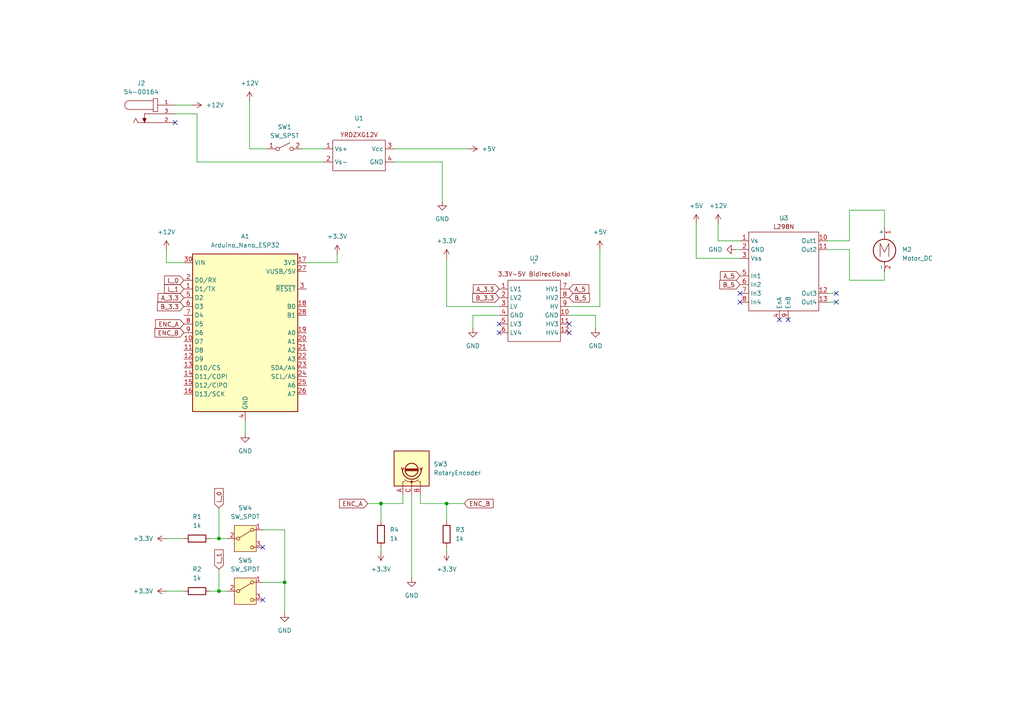
<source format=kicad_sch>
(kicad_sch (version 20250114) (generator "eeschema") (generator_version "9.0")
  (paper "A4")
  (title_block (title "Motorized Curtain Controller") (date "2025-05-24") (rev "6") (company "MEGA"))
  (lib_symbols
    (symbol "54-00164:54-00164" (pin_names (offset 1.016))
      (property "Reference" "J2" (at -4.7597 8.89 0))
      (property "Value" "54-00164" (at -4.7597 6.35 0))
      (symbol "54-00164_0_0"
        (polyline (pts (xy -8.255 3.81) (xy -1.27 3.81)) (stroke (width 0.1524)))
        (arc (start -8.255 1.27) (mid -9.5194 2.54) (end -8.255 3.81) (stroke (width 0.1524)))
        (polyline (pts (xy -6.35 -1.27) (xy -6.985 -2.54)) (stroke (width 0.1524)))
        (polyline (pts (xy -5.715 -2.54) (xy -6.35 -1.27)) (stroke (width 0.1524)))
        (polyline (pts (xy -3.81 0) (xy -3.81 -2.54)) (stroke (width 0.1524)))
        (polyline (pts (xy -3.81 -2.54) (xy -4.318 -1.27) (xy -3.302 -1.27) (xy -3.81 -2.54)) (stroke (width 0.1524)) (fill (type outline)))
        (polyline (pts (xy -1.27 4.445) (xy -1.27 3.81)) (stroke (width 0.1524)))
        (polyline (pts (xy -1.27 3.81) (xy -1.27 1.27)) (stroke (width 0.1524)))
        (polyline (pts (xy -1.27 1.27) (xy -8.255 1.27)) (stroke (width 0.1524)))
        (polyline (pts (xy -1.27 1.27) (xy -1.27 0.635)) (stroke (width 0.1524)))
        (polyline (pts (xy -1.27 0.635) (xy 0 0.635)) (stroke (width 0.1524)))
        (polyline (pts (xy 0 4.445) (xy -1.27 4.445)) (stroke (width 0.1524)))
        (polyline (pts (xy 0 0.635) (xy 0 4.445)) (stroke (width 0.1524)))
        (polyline (pts (xy 0 0) (xy -3.81 0)) (stroke (width 0.1524)))
        (polyline (pts (xy 0 -2.54) (xy -5.715 -2.54)) (stroke (width 0.1524)))
      )
      (symbol "54-00164_1_0"
        (pin passive line (at 5.08 2.54 180) (length 5.08) (name "~") (number "1"))
        (pin passive line (at 5.08 0 180) (length 5.08) (name "") (number "3"))
        (pin passive line (at 5.08 -2.54 180) (length 5.08) (name "~") (number "2"))
      )
    )
    (symbol "Device:R" (pin_numbers (hide yes)) (pin_names (offset 0))
      (property "Reference" "R" (at 2.032 0 90))
      (property "Value" "R" (at 0 0 90))
      (symbol "R_0_1"
        (rectangle (start -1.016 -2.54) (end 1.016 2.54) (stroke (width 0.254)))
      )
      (symbol "R_1_1"
        (pin passive line (at 0 3.81 270) (length 1.27) (name "~") (number "1"))
        (pin passive line (at 0 -3.81 90) (length 1.27) (name "~") (number "2"))
      )
    )
    (symbol "Device:RotaryEncoder" (pin_names (offset 0.254) (hide yes))
      (property "Reference" "SW" (at 0 6.604 0))
      (property "Value" "RotaryEncoder" (at 0 -6.604 0))
      (symbol "RotaryEncoder_0_1"
        (rectangle (start -5.08 5.08) (end 5.08 -5.08) (stroke (width 0.254)) (fill (type background)))
        (polyline (pts (xy -5.08 2.54) (xy -3.81 2.54) (xy -3.81 2.032)))
        (polyline (pts (xy -5.08 0) (xy -3.81 0) (xy -3.81 -1.016) (xy -3.302 -2.032)))
        (polyline (pts (xy -5.08 -2.54) (xy -3.81 -2.54) (xy -3.81 -2.032)))
        (polyline (pts (xy -4.318 0) (xy -3.81 0) (xy -3.81 1.016) (xy -3.302 2.032)))
        (circle (center -3.81 0) (radius 0.254) (fill (type outline)))
        (polyline (pts (xy -0.635 -1.778) (xy -0.635 1.778)) (stroke (width 0.254)))
        (circle (center -0.381 0) (radius 1.905) (stroke (width 0.254)))
        (polyline (pts (xy -0.381 -1.778) (xy -0.381 1.778)) (stroke (width 0.254)))
        (arc (start -0.381 -2.794) (mid -3.0988 -0.0635) (end -0.381 2.667) (stroke (width 0.254)))
        (polyline (pts (xy -0.127 1.778) (xy -0.127 -1.778)) (stroke (width 0.254)))
        (polyline (pts (xy 0.254 2.921) (xy -0.508 2.667) (xy 0.127 2.286)) (stroke (width 0.254)))
        (polyline (pts (xy 0.254 -3.048) (xy -0.508 -2.794) (xy 0.127 -2.413)) (stroke (width 0.254)))
      )
      (symbol "RotaryEncoder_1_1"
        (pin passive line (at -7.62 2.54 0) (length 2.54) (name "A") (number "A"))
        (pin passive line (at -7.62 0 0) (length 2.54) (name "C") (number "C"))
        (pin passive line (at -7.62 -2.54 0) (length 2.54) (name "B") (number "B"))
      )
    )
    (symbol "MCU_Module:Arduino_Nano_ESP32"
      (property "Reference" "A" (at -14.986 23.622 0))
      (property "Value" "Arduino_Nano_ESP32" (at 3.81 -25.654 0))
      (symbol "Arduino_Nano_ESP32_0_1"
        (rectangle (start -15.24 22.86) (end 15.24 -22.86) (stroke (width 0.254)) (fill (type background)))
      )
      (symbol "Arduino_Nano_ESP32_1_1"
        (pin power_in line (at -17.78 20.32 0) (length 2.54) (name "VIN") (number "30"))
        (pin bidirectional line (at -17.78 15.24 0) (length 2.54) (name "D0/RX") (number "2"))
        (pin bidirectional line (at -17.78 12.7 0) (length 2.54) (name "D1/TX") (number "1"))
        (pin bidirectional line (at -17.78 10.16 0) (length 2.54) (name "D2") (number "5"))
        (pin bidirectional line (at -17.78 7.62 0) (length 2.54) (name "D3") (number "6"))
        (pin bidirectional line (at -17.78 5.08 0) (length 2.54) (name "D4") (number "7"))
        (pin bidirectional line (at -17.78 2.54 0) (length 2.54) (name "D5") (number "8"))
        (pin bidirectional line (at -17.78 0 0) (length 2.54) (name "D6") (number "9"))
        (pin bidirectional line (at -17.78 -2.54 0) (length 2.54) (name "D7") (number "10"))
        (pin bidirectional line (at -17.78 -5.08 0) (length 2.54) (name "D8") (number "11"))
        (pin bidirectional line (at -17.78 -7.62 0) (length 2.54) (name "D9") (number "12"))
        (pin bidirectional line (at -17.78 -10.16 0) (length 2.54) (name "D10/CS") (number "13"))
        (pin bidirectional line (at -17.78 -12.7 0) (length 2.54) (name "D11/COPI") (number "14"))
        (pin bidirectional line (at -17.78 -15.24 0) (length 2.54) (name "D12/CIPO") (number "15"))
        (pin bidirectional line (at -17.78 -17.78 0) (length 2.54) (name "D13/SCK") (number "16"))
        (pin passive line (at 0 -25.4 90) (length 2.54) (hide yes) (name "GND") (number "29"))
        (pin power_in line (at 0 -25.4 90) (length 2.54) (name "GND") (number "4"))
        (pin power_out line (at 17.78 20.32 180) (length 2.54) (name "3V3") (number "17"))
        (pin power_out line (at 17.78 17.78 180) (length 2.54) (name "VUSB/5V") (number "27"))
        (pin input line (at 17.78 12.7 180) (length 2.54) (name "~{RESET}") (number "3"))
        (pin bidirectional line (at 17.78 7.62 180) (length 2.54) (name "B0") (number "18"))
        (pin bidirectional line (at 17.78 5.08 180) (length 2.54) (name "B1") (number "28"))
        (pin bidirectional line (at 17.78 0 180) (length 2.54) (name "A0") (number "19"))
        (pin bidirectional line (at 17.78 -2.54 180) (length 2.54) (name "A1") (number "20"))
        (pin bidirectional line (at 17.78 -5.08 180) (length 2.54) (name "A2") (number "21"))
        (pin bidirectional line (at 17.78 -7.62 180) (length 2.54) (name "A3") (number "22"))
        (pin bidirectional line (at 17.78 -10.16 180) (length 2.54) (name "SDA/A4") (number "23"))
        (pin bidirectional line (at 17.78 -12.7 180) (length 2.54) (name "SCL/A5") (number "24"))
        (pin bidirectional line (at 17.78 -15.24 180) (length 2.54) (name "A6") (number "25"))
        (pin bidirectional line (at 17.78 -17.78 180) (length 2.54) (name "A7") (number "26"))
      )
    )
    (symbol "Motor:Motor_DC" (pin_names (offset 0))
      (property "Reference" "M" (at 2.54 2.54 0))
      (property "Value" "Motor_DC" (at 2.54 -5.08 0))
      (symbol "Motor_DC_0_0"
        (polyline (pts (xy -1.27 -3.302) (xy -1.27 0.508) (xy 0 -2.032) (xy 1.27 0.508) (xy 1.27 -3.302)))
      )
      (symbol "Motor_DC_0_1"
        (polyline (pts (xy 0 2.032) (xy 0 2.54)))
        (polyline (pts (xy 0 1.7272) (xy 0 2.0828)))
        (circle (center 0 -1.524) (radius 3.2512) (stroke (width 0.254)))
        (polyline (pts (xy 0 -4.7752) (xy 0 -5.1816)))
        (polyline (pts (xy 0 -7.62) (xy 0 -7.112)))
      )
      (symbol "Motor_DC_1_1"
        (pin passive line (at 0 5.08 270) (length 2.54) (name "+") (number "1"))
        (pin passive line (at 0 -7.62 90) (length 2.54) (name "-") (number "2"))
      )
    )
    (symbol "Switch:SW_SPDT" (pin_names (offset 0) (hide yes))
      (property "Reference" "SW" (at 0 5.08 0))
      (property "Value" "SW_SPDT" (at 0 -5.08 0))
      (symbol "SW_SPDT_0_1"
        (circle (center -2.032 0) (radius 0.4572))
        (polyline (pts (xy -1.651 0.254) (xy 1.651 2.286)))
        (circle (center 2.032 2.54) (radius 0.4572))
        (circle (center 2.032 -2.54) (radius 0.4572))
      )
      (symbol "SW_SPDT_1_1"
        (rectangle (start -3.175 3.81) (end 3.175 -3.81) (fill (type background)))
        (pin passive line (at -5.08 0 0) (length 2.54) (name "B") (number "2"))
        (pin passive line (at 5.08 2.54 180) (length 2.54) (name "A") (number "1"))
        (pin passive line (at 5.08 -2.54 180) (length 2.54) (name "C") (number "3"))
      )
    )
    (symbol "Switch:SW_SPST" (pin_names (offset 0) (hide yes))
      (property "Reference" "SW" (at 0 3.175 0))
      (property "Value" "SW_SPST" (at 0 -2.54 0))
      (symbol "SW_SPST_0_0"
        (circle (center -2.032 0) (radius 0.508))
        (polyline (pts (xy -1.524 0.254) (xy 1.524 1.778)))
        (circle (center 2.032 0) (radius 0.508))
      )
      (symbol "SW_SPST_1_1"
        (pin passive line (at -5.08 0 0) (length 2.54) (name "A") (number "1"))
        (pin passive line (at 5.08 0 180) (length 2.54) (name "B") (number "2"))
      )
    )
    (symbol "h_bridge:L298N"
      (property "Reference" "U" (at 0 11.43 0))
      (symbol "L298N_0_1"
        (rectangle (start -10.16 7.62) (end 10.16 -15.24))
      )
      (symbol "L298N_1_1"
        (text "L298N" (at 0 9.144 0) (effects (font (size 1.27 1.27))))
        (pin input line (at -12.7 5.08 0) (length 2.54) (name "Vs") (number "1"))
        (pin input line (at -12.7 2.54 0) (length 2.54) (name "GND") (number "2"))
        (pin input line (at -12.7 0 0) (length 2.54) (name "Vss") (number "3"))
        (pin input line (at -12.7 -5.08 0) (length 2.54) (name "In1") (number "5"))
        (pin input line (at -12.7 -7.62 0) (length 2.54) (name "In2") (number "6"))
        (pin input line (at -12.7 -10.16 0) (length 2.54) (name "In3") (number "7"))
        (pin input line (at -12.7 -12.7 0) (length 2.54) (name "In4") (number "8"))
        (pin input line (at -1.27 -17.78 90) (length 2.54) (name "EnA") (number "4"))
        (pin input line (at 1.27 -17.78 90) (length 2.54) (name "EnB") (number "9"))
        (pin output line (at 12.7 5.08 180) (length 2.54) (name "Out1") (number "10"))
        (pin output line (at 12.7 2.54 180) (length 2.54) (name "Out2") (number "11"))
        (pin output line (at 12.7 -10.16 180) (length 2.54) (name "Out3") (number "12"))
        (pin output line (at 12.7 -12.7 180) (length 2.54) (name "Out4") (number "13"))
      )
    )
    (symbol "level_shifter:3.3_5_4x4"
      (property "Reference" "U" (at 0 7.366 0))
      (symbol "3.3_5_4x4_0_1"
        (rectangle (start -7.62 2.54) (end 7.62 -15.24))
      )
      (symbol "3.3_5_4x4_1_1"
        (text "3.3V-5V Bidirectional" (at 0 4.318 0) (effects (font (size 1.27 1.27))))
        (pin bidirectional line (at -10.16 0 0) (length 2.54) (name "LV1") (number "1"))
        (pin bidirectional line (at -10.16 -2.54 0) (length 2.54) (name "LV2") (number "2"))
        (pin input line (at -10.16 -5.08 0) (length 2.54) (name "LV") (number "3"))
        (pin input line (at -10.16 -7.62 0) (length 2.54) (name "GND") (number "4"))
        (pin bidirectional line (at -10.16 -10.16 0) (length 2.54) (name "LV3") (number "5"))
        (pin bidirectional line (at -10.16 -12.7 0) (length 2.54) (name "LV4") (number "6"))
        (pin bidirectional line (at 10.16 0 180) (length 2.54) (name "HV1") (number "7"))
        (pin bidirectional line (at 10.16 -2.54 180) (length 2.54) (name "HV2") (number "8"))
        (pin input line (at 10.16 -5.08 180) (length 2.54) (name "HV") (number "9"))
        (pin input line (at 10.16 -7.62 180) (length 2.54) (name "GND") (number "10"))
        (pin bidirectional line (at 10.16 -10.16 180) (length 2.54) (name "HV3") (number "11"))
        (pin bidirectional line (at 10.16 -12.7 180) (length 2.54) (name "HV4") (number "12"))
      )
    )
    (symbol "linearReg:YRDZXG12V"
      (property "Reference" "U" (at 0 7.62 0))
      (symbol "YRDZXG12V_0_1"
        (rectangle (start -7.62 3.81) (end 7.62 -5.08))
      )
      (symbol "YRDZXG12V_1_1"
        (text "YRDZXG12V" (at 0 5.334 0) (effects (font (size 1.27 1.27))))
        (pin input line (at -10.16 1.27 0) (length 2.54) (name "Vs+") (number "1"))
        (pin input line (at -10.16 -2.54 0) (length 2.54) (name "Vs-") (number "2"))
        (pin output line (at 10.16 1.27 180) (length 2.54) (name "Vcc") (number "3"))
        (pin output line (at 10.16 -2.54 180) (length 2.54) (name "GND") (number "4"))
      )
    )
    (symbol "power:+12V" (power) (pin_numbers (hide yes)) (pin_names (offset 0) (hide yes))
      (property "Value" "+12V" (at 0 3.556 0))
      (symbol "+12V_0_1"
        (polyline (pts (xy -0.762 1.27) (xy 0 2.54)))
        (polyline (pts (xy 0 2.54) (xy 0.762 1.27)))
        (polyline (pts (xy 0 0) (xy 0 2.54)))
      )
      (symbol "+12V_1_1"
        (pin power_in line (at 0 0 90) (length 0) (name "~") (number "1"))
      )
    )
    (symbol "power:+3.3V" (power) (pin_numbers (hide yes)) (pin_names (offset 0) (hide yes))
      (property "Value" "+3.3V" (at 0 3.556 0))
      (symbol "+3.3V_0_1"
        (polyline (pts (xy -0.762 1.27) (xy 0 2.54)))
        (polyline (pts (xy 0 2.54) (xy 0.762 1.27)))
        (polyline (pts (xy 0 0) (xy 0 2.54)))
      )
      (symbol "+3.3V_1_1"
        (pin power_in line (at 0 0 90) (length 0) (name "~") (number "1"))
      )
    )
    (symbol "power:+5V" (power) (pin_numbers (hide yes)) (pin_names (offset 0) (hide yes))
      (property "Value" "+5V" (at 0 3.556 0))
      (symbol "+5V_0_1"
        (polyline (pts (xy -0.762 1.27) (xy 0 2.54)))
        (polyline (pts (xy 0 2.54) (xy 0.762 1.27)))
        (polyline (pts (xy 0 0) (xy 0 2.54)))
      )
      (symbol "+5V_1_1"
        (pin power_in line (at 0 0 90) (length 0) (name "~") (number "1"))
      )
    )
    (symbol "power:GND" (power) (pin_numbers (hide yes)) (pin_names (offset 0) (hide yes))
      (property "Value" "GND" (at 0 -3.81 0))
      (symbol "GND_0_1"
        (polyline (pts (xy 0 0) (xy 0 -1.27) (xy 1.27 -1.27) (xy 0 -2.54) (xy -1.27 -1.27) (xy 0 -1.27)))
      )
      (symbol "GND_1_1"
        (pin power_in line (at 0 0 270) (length 0) (name "~") (number "1"))
      )
    )
  )
  (junction (at 63.5 156.21))
  (junction (at 110.49 146.05))
  (junction (at 129.54 146.05))
  (junction (at 82.55 168.91))
  (junction (at 63.5 171.45))
  (no_connect (at 50.8 35.56))
  (no_connect (at 165.1 96.52))
  (no_connect (at 144.78 96.52))
  (no_connect (at 242.57 87.63))
  (no_connect (at 165.1 93.98))
  (no_connect (at 214.63 87.63))
  (no_connect (at 228.6 92.71))
  (no_connect (at 76.2 158.75))
  (no_connect (at 144.78 93.98))
  (no_connect (at 214.63 85.09))
  (no_connect (at 242.57 85.09))
  (no_connect (at 76.2 173.99))
  (no_connect (at 226.06 92.71))
  (wire (pts (xy 165.1 88.9) (xy 173.99 88.9)))
  (wire (pts (xy 144.78 91.44) (xy 137.16 91.44)))
  (wire (pts (xy 57.15 46.99) (xy 93.98 46.99)))
  (wire (pts (xy 63.5 171.45) (xy 66.04 171.45)))
  (wire (pts (xy 214.63 72.39) (xy 213.36 72.39)))
  (wire (pts (xy 82.55 168.91) (xy 82.55 177.8)))
  (wire (pts (xy 129.54 146.05) (xy 134.62 146.05)))
  (wire (pts (xy 119.38 143.51) (xy 119.38 167.64)))
  (wire (pts (xy 129.54 146.05) (xy 129.54 151.13)))
  (wire (pts (xy 208.28 64.77) (xy 208.28 69.85)))
  (wire (pts (xy 201.93 74.93) (xy 214.63 74.93)))
  (wire (pts (xy 114.3 46.99) (xy 128.27 46.99)))
  (wire (pts (xy 97.79 76.2) (xy 88.9 76.2)))
  (wire (pts (xy 116.84 143.51) (xy 116.84 146.05)))
  (wire (pts (xy 63.5 147.32) (xy 63.5 156.21)))
  (wire (pts (xy 48.26 76.2) (xy 53.34 76.2)))
  (wire (pts (xy 60.96 171.45) (xy 63.5 171.45)))
  (wire (pts (xy 128.27 46.99) (xy 128.27 58.42)))
  (wire (pts (xy 72.39 29.21) (xy 72.39 43.18)))
  (wire (pts (xy 48.26 72.39) (xy 48.26 76.2)))
  (wire (pts (xy 71.12 121.92) (xy 71.12 125.73)))
  (wire (pts (xy 114.3 43.18) (xy 135.89 43.18)))
  (wire (pts (xy 55.88 30.48) (xy 50.8 30.48)))
  (wire (pts (xy 63.5 165.1) (xy 63.5 171.45)))
  (wire (pts (xy 57.15 33.02) (xy 50.8 33.02)))
  (wire (pts (xy 173.99 88.9) (xy 173.99 72.39)))
  (wire (pts (xy 246.38 60.96) (xy 256.54 60.96)))
  (wire (pts (xy 76.2 168.91) (xy 82.55 168.91)))
  (wire (pts (xy 57.15 33.02) (xy 57.15 46.99)))
  (wire (pts (xy 110.49 146.05) (xy 110.49 151.13)))
  (wire (pts (xy 72.39 43.18) (xy 77.47 43.18)))
  (wire (pts (xy 240.03 87.63) (xy 242.57 87.63)))
  (wire (pts (xy 63.5 156.21) (xy 66.04 156.21)))
  (wire (pts (xy 129.54 74.93) (xy 129.54 88.9)))
  (wire (pts (xy 60.96 156.21) (xy 63.5 156.21)))
  (wire (pts (xy 82.55 153.67) (xy 82.55 168.91)))
  (wire (pts (xy 172.72 91.44) (xy 172.72 95.25)))
  (wire (pts (xy 48.26 156.21) (xy 53.34 156.21)))
  (wire (pts (xy 246.38 69.85) (xy 246.38 60.96)))
  (wire (pts (xy 87.63 43.18) (xy 93.98 43.18)))
  (wire (pts (xy 208.28 69.85) (xy 214.63 69.85)))
  (wire (pts (xy 48.26 171.45) (xy 53.34 171.45)))
  (wire (pts (xy 121.92 143.51) (xy 121.92 146.05)))
  (wire (pts (xy 246.38 72.39) (xy 246.38 81.28)))
  (wire (pts (xy 240.03 69.85) (xy 246.38 69.85)))
  (wire (pts (xy 97.79 73.66) (xy 97.79 76.2)))
  (wire (pts (xy 201.93 64.77) (xy 201.93 74.93)))
  (wire (pts (xy 246.38 81.28) (xy 256.54 81.28)))
  (wire (pts (xy 106.68 146.05) (xy 110.49 146.05)))
  (wire (pts (xy 137.16 91.44) (xy 137.16 95.25)))
  (wire (pts (xy 240.03 72.39) (xy 246.38 72.39)))
  (wire (pts (xy 121.92 146.05) (xy 129.54 146.05)))
  (wire (pts (xy 76.2 153.67) (xy 82.55 153.67)))
  (wire (pts (xy 129.54 88.9) (xy 144.78 88.9)))
  (wire (pts (xy 165.1 91.44) (xy 172.72 91.44)))
  (wire (pts (xy 256.54 60.96) (xy 256.54 66.04)))
  (wire (pts (xy 240.03 85.09) (xy 242.57 85.09)))
  (wire (pts (xy 256.54 81.28) (xy 256.54 78.74)))
  (wire (pts (xy 110.49 158.75) (xy 110.49 160.02)))
  (wire (pts (xy 129.54 158.75) (xy 129.54 160.02)))
  (wire (pts (xy 116.84 146.05) (xy 110.49 146.05)))
  (global_label "L_0" (shape input) (at 63.5 147.32 90) (property "Intersheetrefs" "${INTERSHEET_REFS}" (effects (hide yes))))
  (global_label "A_3.3" (shape input) (at 144.78 83.82 180) (property "Intersheetrefs" "${INTERSHEET_REFS}" (effects (hide yes))))
  (global_label "L_1" (shape input) (at 53.34 83.82 180) (property "Intersheetrefs" "${INTERSHEET_REFS}" (effects (hide yes))))
  (global_label "ENC_B" (shape input) (at 134.62 146.05 0) (property "Intersheetrefs" "${INTERSHEET_REFS}" (effects (hide yes))))
  (global_label "ENC_B" (shape input) (at 53.34 96.52 180) (property "Intersheetrefs" "${INTERSHEET_REFS}" (effects (hide yes))))
  (global_label "A_5" (shape input) (at 165.1 83.82 0) (property "Intersheetrefs" "${INTERSHEET_REFS}" (effects (hide yes))))
  (global_label "B_5" (shape input) (at 165.1 86.36 0) (property "Intersheetrefs" "${INTERSHEET_REFS}" (effects (hide yes))))
  (global_label "A_3.3" (shape input) (at 53.34 86.36 180) (property "Intersheetrefs" "${INTERSHEET_REFS}" (effects (hide yes))))
  (global_label "B_5" (shape input) (at 214.63 82.55 180) (property "Intersheetrefs" "${INTERSHEET_REFS}" (effects (hide yes))))
  (global_label "ENC_A" (shape input) (at 106.68 146.05 180) (property "Intersheetrefs" "${INTERSHEET_REFS}" (effects (hide yes))))
  (global_label "L_0" (shape input) (at 53.34 81.28 180) (property "Intersheetrefs" "${INTERSHEET_REFS}" (effects (hide yes))))
  (global_label "B_3.3" (shape input) (at 53.34 88.9 180) (property "Intersheetrefs" "${INTERSHEET_REFS}" (effects (hide yes))))
  (global_label "A_5" (shape input) (at 214.63 80.01 180) (property "Intersheetrefs" "${INTERSHEET_REFS}" (effects (hide yes))))
  (global_label "L_1" (shape input) (at 63.5 165.1 90) (property "Intersheetrefs" "${INTERSHEET_REFS}" (effects (hide yes))))
  (global_label "B_3.3" (shape input) (at 144.78 86.36 180) (property "Intersheetrefs" "${INTERSHEET_REFS}" (effects (hide yes))))
  (global_label "ENC_A" (shape input) (at 53.34 93.98 180) (property "Intersheetrefs" "${INTERSHEET_REFS}" (effects (hide yes))))
  (symbol (lib_id "power:GND") (at 172.72 95.25 0) (unit 1)
    (property "Reference" "#PWR07" (effects (hide yes)))
    (property "Value" "GND" (at 172.72 100.33 0))
    (property "Description" "Power symbol creates a global label with name \"GND\" , ground" (effects (hide yes)))
  )
  (symbol (lib_id "level_shifter:3.3_5_4x4") (at 154.94 83.82 0) (unit 1)
    (property "Reference" "U2" (at 154.94 74.93 0))
    (property "Value" "~" (at 154.94 76.2 0))
  )
  (symbol (lib_id "power:+5V") (at 135.89 43.18 270) (unit 1)
    (property "Reference" "#PWR02" (effects (hide yes)))
    (property "Value" "+5V" (at 139.7 43.1799 90) (effects (justify left)))
    (property "Description" "Power symbol creates a global label with name \"+5V\"" (effects (hide yes)))
  )
  (symbol (lib_id "power:+5V") (at 173.99 72.39 0) (unit 1)
    (property "Reference" "#PWR018" (effects (hide yes)))
    (property "Value" "+5V" (at 173.99 67.31 0))
    (property "Description" "Power symbol creates a global label with name \"+5V\"" (effects (hide yes)))
  )
  (symbol (lib_id "Switch:SW_SPDT") (at 71.12 156.21 0) (unit 1)
    (property "Reference" "SW4" (at 71.12 147.32 0))
    (property "Value" "SW_SPDT" (at 71.12 149.86 0))
    (property "Description" "Switch, single pole double throw" (effects (hide yes)))
  )
  (symbol (lib_id "power:+3.3V") (at 48.26 156.21 90) (unit 1)
    (property "Reference" "#PWR08" (effects (hide yes)))
    (property "Value" "+3.3V" (at 44.45 156.2099 90) (effects (justify left)))
    (property "Description" "Power symbol creates a global label with name \"+3.3V\"" (effects (hide yes)))
  )
  (symbol (lib_id "power:+5V") (at 201.93 64.77 0) (unit 1)
    (property "Reference" "#PWR021" (effects (hide yes)))
    (property "Value" "+5V" (at 201.93 59.69 0))
    (property "Description" "Power symbol creates a global label with name \"+5V\"" (effects (hide yes)))
  )
  (symbol (lib_id "h_bridge:L298N") (at 227.33 74.93 0) (unit 1)
    (property "Reference" "U3" (at 227.33 63.246 0))
    (property "Value" "~" (at 227.33 63.5 0))
  )
  (symbol (lib_id "Device:R") (at 57.15 156.21 270) (unit 1)
    (property "Reference" "R1" (at 57.15 149.86 90))
    (property "Value" "1k" (at 57.15 152.4 90))
    (property "Description" "Resistor" (effects (hide yes)))
  )
  (symbol (lib_id "Device:RotaryEncoder") (at 119.38 135.89 90) (unit 1)
    (property "Reference" "SW3" (at 125.73 134.6199 90) (effects (justify right)))
    (property "Value" "RotaryEncoder" (at 125.73 137.1599 90) (effects (justify right)))
    (property "Description" "Rotary encoder, dual channel, incremental quadrate outputs" (effects (hide yes)))
  )
  (symbol (lib_id "54-00164:54-00164") (at 45.72 33.02 0) (unit 1)
    (property "Reference" "J2" (at 40.9603 24.13 0))
    (property "Value" "54-00164" (at 40.9603 26.67 0))
    (property "Footprint" "54-00164:TENSILITY_54-00164" (effects (hide yes)))
    (property "PARTREV" "A" (effects (hide yes)))
    (property "STANDARD" "Manufacturer Recommendations" (effects (hide yes)))
    (property "SNAPEDA_PN" "54-00164" (effects (hide yes)))
    (property "MAXIMUM_PACKAGE_HEIGHT" "11.3mm" (effects (hide yes)))
    (property "MANUFACTURER" "TENSILITY" (effects (hide yes)))
  )
  (symbol (lib_id "power:GND") (at 82.55 177.8 0) (unit 1)
    (property "Reference" "#PWR06" (effects (hide yes)))
    (property "Value" "GND" (at 82.55 182.88 0))
    (property "Description" "Power symbol creates a global label with name \"GND\" , ground" (effects (hide yes)))
  )
  (symbol (lib_id "Device:R") (at 110.49 154.94 0) (unit 1)
    (property "Reference" "R4" (at 113.03 153.6699 0) (effects (justify left)))
    (property "Value" "1k" (at 113.03 156.2099 0) (effects (justify left)))
    (property "Description" "Resistor" (effects (hide yes)))
  )
  (symbol (lib_id "Switch:SW_SPDT") (at 71.12 171.45 0) (unit 1)
    (property "Reference" "SW5" (at 71.12 162.56 0))
    (property "Value" "SW_SPDT" (at 71.12 165.1 0))
    (property "Description" "Switch, single pole double throw" (effects (hide yes)))
  )
  (symbol (lib_id "Device:R") (at 57.15 171.45 270) (unit 1)
    (property "Reference" "R2" (at 57.15 165.1 90))
    (property "Value" "1k" (at 57.15 167.64 90))
    (property "Description" "Resistor" (effects (hide yes)))
  )
  (symbol (lib_id "power:+12V") (at 48.26 72.39 0) (unit 1)
    (property "Reference" "#PWR03" (effects (hide yes)))
    (property "Value" "+12V" (at 48.26 67.31 0))
    (property "Description" "Power symbol creates a global label with name \"+12V\"" (effects (hide yes)))
  )
  (symbol (lib_id "power:+3.3V") (at 97.79 73.66 0) (unit 1)
    (property "Reference" "#PWR014" (effects (hide yes)))
    (property "Value" "+3.3V" (at 97.79 68.58 0))
    (property "Description" "Power symbol creates a global label with name \"+3.3V\"" (effects (hide yes)))
  )
  (symbol (lib_id "power:GND") (at 119.38 167.64 0) (unit 1)
    (property "Reference" "#PWR011" (effects (hide yes)))
    (property "Value" "GND" (at 119.38 172.72 0))
    (property "Description" "Power symbol creates a global label with name \"GND\" , ground" (effects (hide yes)))
  )
  (symbol (lib_id "power:+3.3V") (at 110.49 160.02 180) (unit 1)
    (property "Reference" "#PWR013" (effects (hide yes)))
    (property "Value" "+3.3V" (at 110.49 165.1 0))
    (property "Description" "Power symbol creates a global label with name \"+3.3V\"" (effects (hide yes)))
  )
  (symbol (lib_id "power:+3.3V") (at 48.26 171.45 90) (unit 1)
    (property "Reference" "#PWR09" (effects (hide yes)))
    (property "Value" "+3.3V" (at 44.45 171.4499 90) (effects (justify left)))
    (property "Description" "Power symbol creates a global label with name \"+3.3V\"" (effects (hide yes)))
  )
  (symbol (lib_id "power:GND") (at 71.12 125.73 0) (unit 1)
    (property "Reference" "#PWR010" (effects (hide yes)))
    (property "Value" "GND" (at 71.12 130.81 0))
    (property "Description" "Power symbol creates a global label with name \"GND\" , ground" (effects (hide yes)))
  )
  (symbol (lib_id "power:+12V") (at 55.88 30.48 270) (unit 1)
    (property "Reference" "#PWR015" (effects (hide yes)))
    (property "Value" "+12V" (at 59.69 30.4799 90) (effects (justify left)))
    (property "Description" "Power symbol creates a global label with name \"+12V\"" (effects (hide yes)))
  )
  (symbol (lib_id "Device:R") (at 129.54 154.94 0) (unit 1)
    (property "Reference" "R3" (at 132.08 153.6699 0) (effects (justify left)))
    (property "Value" "1k" (at 132.08 156.2099 0) (effects (justify left)))
    (property "Description" "Resistor" (effects (hide yes)))
  )
  (symbol (lib_id "Motor:Motor_DC") (at 256.54 71.12 0) (unit 1)
    (property "Reference" "M2" (at 261.62 72.3899 0) (effects (justify left)))
    (property "Value" "Motor_DC" (at 261.62 74.9299 0) (effects (justify left)))
    (property "Description" "DC Motor" (effects (hide yes)))
  )
  (symbol (lib_id "power:GND") (at 137.16 95.25 0) (unit 1)
    (property "Reference" "#PWR05" (effects (hide yes)))
    (property "Value" "GND" (at 137.16 100.33 0))
    (property "Description" "Power symbol creates a global label with name \"GND\" , ground" (effects (hide yes)))
  )
  (symbol (lib_id "MCU_Module:Arduino_Nano_ESP32") (at 71.12 96.52 0) (unit 1)
    (property "Reference" "A1" (at 71.12 68.58 0))
    (property "Value" "Arduino_Nano_ESP32" (at 71.12 71.12 0))
    (property "Footprint" "Module:Arduino_Nano" (effects (hide yes)))
    (property "Datasheet" "https://docs.arduino.cc/resources/datasheets/ABX00083-datasheet.pdf" (effects (hide yes)))
    (property "Description" "Arduino Nano board based on the ESP32-S3 with a dual-core 240 MHz processor, 384 kB ROM, 512 kB SRAM. Operates at 3.3V, with 5V USB-C® input and 6-21V VIN. Features Wi-Fi®, Bluetooth® LE, digital and analog pins, and supports SPI, I2C, UART, I2S, and CAN." (effects (hide yes)))
  )
  (symbol (lib_id "power:+12V") (at 208.28 64.77 0) (unit 1)
    (property "Reference" "#PWR016" (effects (hide yes)))
    (property "Value" "+12V" (at 208.28 59.69 0))
    (property "Description" "Power symbol creates a global label with name \"+12V\"" (effects (hide yes)))
  )
  (symbol (lib_id "power:+3.3V") (at 129.54 160.02 180) (unit 1)
    (property "Reference" "#PWR012" (effects (hide yes)))
    (property "Value" "+3.3V" (at 129.54 165.1 0))
    (property "Description" "Power symbol creates a global label with name \"+3.3V\"" (effects (hide yes)))
  )
  (symbol (lib_id "linearReg:YRDZXG12V") (at 104.14 44.45 0) (unit 1)
    (property "Reference" "U1" (at 104.14 34.29 0))
    (property "Value" "~" (at 104.14 36.83 0))
  )
  (symbol (lib_id "Switch:SW_SPST") (at 82.55 43.18 0) (unit 1)
    (property "Reference" "SW1" (at 82.55 36.83 0))
    (property "Value" "SW_SPST" (at 82.55 39.37 0))
    (property "Description" "Single Pole Single Throw (SPST) switch" (effects (hide yes)))
  )
  (symbol (lib_id "power:+3.3V") (at 129.54 74.93 0) (unit 1)
    (property "Reference" "#PWR017" (effects (hide yes)))
    (property "Value" "+3.3V" (at 129.54 69.85 0))
    (property "Description" "Power symbol creates a global label with name \"+3.3V\"" (effects (hide yes)))
  )
  (symbol (lib_id "power:GND") (at 128.27 58.42 0) (unit 1)
    (property "Reference" "#PWR04" (effects (hide yes)))
    (property "Value" "GND" (at 128.27 63.5 0))
    (property "Description" "Power symbol creates a global label with name \"GND\" , ground" (effects (hide yes)))
  )
  (symbol (lib_id "power:+12V") (at 72.39 29.21 0) (unit 1)
    (property "Reference" "#PWR01" (effects (hide yes)))
    (property "Value" "+12V" (at 72.39 24.13 0))
    (property "Description" "Power symbol creates a global label with name \"+12V\"" (effects (hide yes)))
  )
  (symbol (lib_id "power:GND") (at 213.36 72.39 270) (unit 1)
    (property "Reference" "#PWR020" (effects (hide yes)))
    (property "Value" "GND" (at 209.55 72.3899 90) (effects (justify right)))
    (property "Description" "Power symbol creates a global label with name \"GND\" , ground" (effects (hide yes)))
  )
)
</source>
